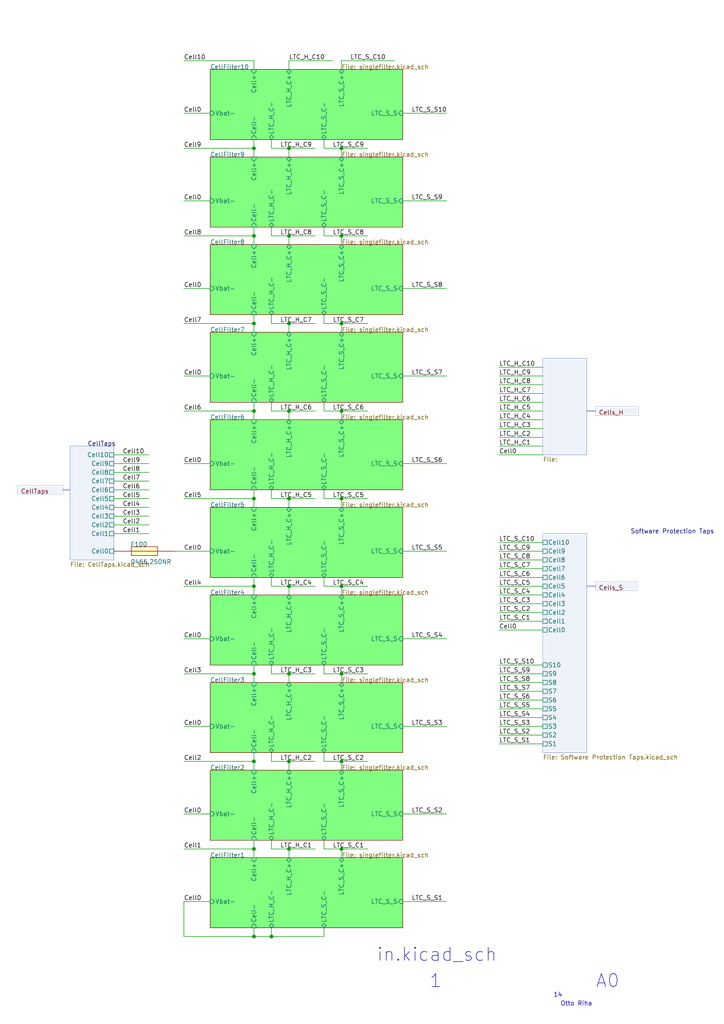
<source format=kicad_sch>
(kicad_sch (version 20250114) (generator "eeschema") (generator_version "9.0")
  (paper "A4" portrait)
  (lib_symbols
    (symbol "Battman-altium-import:CellFilter_0_0466.250NR_SamacSys.SchLib" (pin_numbers (hide yes)) (pin_names (hide yes))
      (symbol "CellFilter_0_0466.250NR_SamacSys.SchLib_1_0"
        (polyline (pts (xy 5.08 0) (xy 12.7 0)))
        (rectangle (start 12.7 1.27) (end 5.08 -1.27) (stroke (width 0) (color 128 0 0 1)) (fill (type background)))
        (pin passive line (at 0 0 0) (length 5.08) (name "1") (number "1"))
        (pin passive line (at 17.78 0 180) (length 5.08) (name "2") (number "2"))
      )
    )
  )
  (polyline (pts (xy 20.32 142.0622) (xy 18.36 142.0622)) (stroke (width 0.508) (type solid) (color 173 188 231 1)))
  (polyline (pts (xy 172.72 170.0022) (xy 170.18 170.0022)) (stroke (width 0.508) (type solid) (color 173 188 231 1)))
  (polyline (pts (xy 170.18 119.2022) (xy 172.72 119.2022)) (stroke (width 0.508) (type solid) (color 173 188 231 1)))
  (text "${FILENAME}" (at 109.22 279.2222 0) (effects (font (size 3.81 3.81)) (justify left bottom)))
  (text "${#}" (at 156.464 289.3822 0) (effects (font (size 1.27 1.27)) (justify left bottom)))
  (text "Otto Riha" (at 162.56 291.9222 0) (effects (font (size 1.27 1.27)) (justify left bottom)))
  (text "${##}" (at 160.528 289.3822 0) (effects (font (size 1.27 1.27)) (justify left bottom)))
  (text "1" (at 124.46 286.8422 0) (effects (font (size 3.81 3.81)) (justify left bottom)))
  (text "A0" (at 172.72 286.8422 0) (effects (font (size 3.81 3.81)) (justify left bottom)))
  (text_box "Cells_S" (at 172.72 168.7322 0) (size 12.094 2.54) (margins 0.9525 0.9525 0.9525 0.9525) (stroke (width 0.0002) (color 143 158 201 1)) (fill (type color) (color 237 242 251 1)) (effects (font (size 1.27 1.27)) (justify left top)))
  (text_box "Cells_H" (at 172.72 117.9322 0) (size 12.551 2.54) (margins 0.9525 0.9525 0.9525 0.9525) (stroke (width 0.0002) (color 143 158 201 1)) (fill (type color) (color 237 242 251 1)) (effects (font (size 1.27 1.27)) (justify left top)))
  (text_box "CellTaps" (at 5.08 140.7922 0) (size 13.28 2.54) (margins 0.9525 0.9525 0.9525 0.9525) (stroke (width 0.0002) (color 143 158 201 1)) (fill (type color) (color 237 242 251 1)) (effects (font (size 1.27 1.27)) (justify left top)))
  (junction (at 73.66 119.2022))
  (junction (at 73.66 246.2022))
  (junction (at 73.66 68.4022))
  (junction (at 83.82 246.2022))
  (junction (at 99.06 68.4022))
  (junction (at 83.82 68.4022))
  (junction (at 99.06 43.0022))
  (junction (at 83.82 220.8022))
  (junction (at 99.06 220.8022))
  (junction (at 73.66 195.4022))
  (junction (at 99.06 170.0022))
  (junction (at 73.66 93.8022))
  (junction (at 99.06 93.8022))
  (junction (at 73.66 144.6022))
  (junction (at 73.66 43.0022))
  (junction (at 83.82 195.4022))
  (junction (at 78.74 271.6022))
  (junction (at 83.82 170.0022))
  (junction (at 83.82 43.0022))
  (junction (at 73.66 271.6022))
  (junction (at 99.06 195.4022))
  (junction (at 99.06 119.2022))
  (junction (at 83.82 119.2022))
  (junction (at 83.82 93.8022))
  (junction (at 99.06 246.2022))
  (junction (at 73.66 220.8022))
  (junction (at 99.06 144.6022))
  (junction (at 83.82 144.6022))
  (junction (at 73.66 170.0022))
  (wire (pts (xy 78.74 271.6022) (xy 73.66 271.6022)))
  (wire (pts (xy 157.48 175.0822) (xy 144.78 175.0822)))
  (wire (pts (xy 93.98 144.6022) (xy 99.06 144.6022)))
  (wire (pts (xy 83.82 223.3422) (xy 83.82 220.8022)))
  (wire (pts (xy 78.74 246.2022) (xy 78.74 243.6622)))
  (wire (pts (xy 144.78 162.3822) (xy 157.48 162.3822)))
  (wire (pts (xy 144.78 119.2022) (xy 157.48 119.2022)))
  (wire (pts (xy 93.98 220.8022) (xy 99.06 220.8022)))
  (wire (pts (xy 144.78 126.8222) (xy 157.48 126.8222)))
  (wire (pts (xy 73.66 218.2622) (xy 73.66 220.8022)))
  (wire (pts (xy 73.66 43.0022) (xy 73.66 40.4622)))
  (wire (pts (xy 99.06 195.4022) (xy 106.68 195.4022)))
  (wire (pts (xy 144.78 192.8622) (xy 157.48 192.8622)))
  (wire (pts (xy 144.78 182.7022) (xy 157.48 182.7022)))
  (wire (pts (xy 99.06 170.0022) (xy 99.06 172.5422)))
  (wire (pts (xy 99.06 93.8022) (xy 99.06 96.3422)))
  (wire (pts (xy 157.48 195.4022) (xy 144.78 195.4022)))
  (wire (pts (xy 93.98 243.6622) (xy 93.98 246.2022)))
  (wire (pts (xy 91.44 93.8022) (xy 83.82 93.8022)))
  (wire (pts (xy 129.54 236.0422) (xy 116.84 236.0422)))
  (wire (pts (xy 73.66 68.4022) (xy 73.66 65.8622)))
  (wire (pts (xy 99.06 223.3422) (xy 99.06 220.8022)))
  (wire (pts (xy 91.44 170.0022) (xy 83.82 170.0022)))
  (wire (pts (xy 53.34 17.6022) (xy 73.66 17.6022)))
  (wire (pts (xy 60.96 83.6422) (xy 53.34 83.6422)))
  (wire (pts (xy 83.82 172.5422) (xy 83.82 170.0022)))
  (wire (pts (xy 157.48 205.5622) (xy 144.78 205.5622)))
  (wire (pts (xy 73.66 96.3422) (xy 73.66 93.8022)))
  (wire (pts (xy 93.98 68.4022) (xy 99.06 68.4022)))
  (wire (pts (xy 93.98 116.6622) (xy 93.98 119.2022)))
  (wire (pts (xy 73.66 70.9422) (xy 73.66 68.4022)))
  (wire (pts (xy 91.44 220.8022) (xy 83.82 220.8022)))
  (wire (pts (xy 144.78 170.0022) (xy 157.48 170.0022)))
  (wire (pts (xy 157.48 164.9222) (xy 144.78 164.9222)))
  (wire (pts (xy 83.82 220.8022) (xy 78.74 220.8022)))
  (wire (pts (xy 33.02 142.0622) (xy 43.18 142.0622)))
  (wire (pts (xy 78.74 170.0022) (xy 78.74 167.4622)))
  (wire (pts (xy 99.06 93.8022) (xy 106.68 93.8022)))
  (wire (pts (xy 83.82 43.0022) (xy 78.74 43.0022)))
  (wire (pts (xy 73.66 93.8022) (xy 73.66 91.2622)))
  (wire (pts (xy 53.34 195.4022) (xy 73.66 195.4022)))
  (wire (pts (xy 129.54 32.8422) (xy 116.84 32.8422)))
  (wire (pts (xy 157.48 200.4822) (xy 144.78 200.4822)))
  (wire (pts (xy 43.18 144.6022) (xy 33.02 144.6022)))
  (wire (pts (xy 144.78 106.5022) (xy 157.48 106.5022)))
  (wire (pts (xy 60.96 236.0422) (xy 53.34 236.0422)))
  (wire (pts (xy 144.78 121.7422) (xy 157.48 121.7422)))
  (wire (pts (xy 78.74 93.8022) (xy 78.74 91.2622)))
  (wire (pts (xy 60.96 261.4422) (xy 53.34 261.4422)))
  (wire (pts (xy 78.74 220.8022) (xy 78.74 218.2622)))
  (wire (pts (xy 53.34 170.0022) (xy 73.66 170.0022)))
  (wire (pts (xy 144.78 159.8422) (xy 157.48 159.8422)))
  (wire (pts (xy 93.98 40.4622) (xy 93.98 43.0022)))
  (wire (pts (xy 99.06 220.8022) (xy 106.68 220.8022)))
  (wire (pts (xy 99.06 43.0022) (xy 106.68 43.0022)))
  (wire (pts (xy 91.44 246.2022) (xy 83.82 246.2022)))
  (wire (pts (xy 43.18 149.6822) (xy 33.02 149.6822)))
  (wire (pts (xy 157.48 109.0422) (xy 144.78 109.0422)))
  (wire (pts (xy 91.44 119.2022) (xy 83.82 119.2022)))
  (wire (pts (xy 43.18 147.1422) (xy 33.02 147.1422)))
  (wire (pts (xy 129.54 109.0422) (xy 116.84 109.0422)))
  (wire (pts (xy 83.82 45.5422) (xy 83.82 43.0022)))
  (wire (pts (xy 157.48 180.1622) (xy 144.78 180.1622)))
  (wire (pts (xy 144.78 208.1022) (xy 157.48 208.1022)))
  (wire (pts (xy 53.34 68.4022) (xy 73.66 68.4022)))
  (wire (pts (xy 99.06 246.2022) (xy 106.68 246.2022)))
  (wire (pts (xy 83.82 195.4022) (xy 78.74 195.4022)))
  (wire (pts (xy 129.54 83.6422) (xy 116.84 83.6422)))
  (wire (pts (xy 73.66 121.7422) (xy 73.66 119.2022)))
  (wire (pts (xy 93.98 43.0022) (xy 99.06 43.0022)))
  (wire (pts (xy 60.96 185.2422) (xy 53.34 185.2422)))
  (wire (pts (xy 129.54 159.8422) (xy 116.84 159.8422)))
  (wire (pts (xy 83.82 68.4022) (xy 78.74 68.4022)))
  (wire (pts (xy 93.98 170.0022) (xy 99.06 170.0022)))
  (wire (pts (xy 129.54 134.4422) (xy 116.84 134.4422)))
  (wire (pts (xy 93.98 269.0622) (xy 93.98 271.6022)))
  (wire (pts (xy 60.96 109.0422) (xy 53.34 109.0422)))
  (wire (pts (xy 99.06 68.4022) (xy 106.68 68.4022)))
  (wire (pts (xy 73.66 17.6022) (xy 73.66 20.1422)))
  (wire (pts (xy 99.06 68.4022) (xy 99.06 70.9422)))
  (wire (pts (xy 157.48 129.3622) (xy 144.78 129.3622)))
  (wire (pts (xy 78.74 43.0022) (xy 78.74 40.4622)))
  (wire (pts (xy 93.98 192.8622) (xy 93.98 195.4022)))
  (wire (pts (xy 73.66 119.2022) (xy 73.66 116.6622)))
  (wire (pts (xy 83.82 96.3422) (xy 83.82 93.8022)))
  (wire (pts (xy 144.78 177.6222) (xy 157.48 177.6222)))
  (wire (pts (xy 73.66 192.8622) (xy 73.66 195.4022)))
  (wire (pts (xy 99.06 246.2022) (xy 99.06 248.7422)))
  (wire (pts (xy 91.44 144.6022) (xy 83.82 144.6022)))
  (wire (pts (xy 43.18 154.7622) (xy 33.02 154.7622)))
  (wire (pts (xy 83.82 170.0022) (xy 78.74 170.0022)))
  (wire (pts (xy 50.8 159.8422) (xy 60.96 159.8422)))
  (wire (pts (xy 99.06 119.2022) (xy 106.68 119.2022)))
  (wire (pts (xy 144.78 197.9422) (xy 157.48 197.9422)))
  (wire (pts (xy 53.34 43.0022) (xy 73.66 43.0022)))
  (wire (pts (xy 83.82 119.2022) (xy 78.74 119.2022)))
  (wire (pts (xy 99.06 43.0022) (xy 99.06 45.5422)))
  (wire (pts (xy 93.98 119.2022) (xy 99.06 119.2022)))
  (wire (pts (xy 93.98 218.2622) (xy 93.98 220.8022)))
  (wire (pts (xy 73.66 167.4622) (xy 73.66 170.0022)))
  (wire (pts (xy 93.98 91.2622) (xy 93.98 93.8022)))
  (wire (pts (xy 73.66 243.6622) (xy 73.66 246.2022)))
  (wire (pts (xy 73.66 142.0622) (xy 73.66 144.6022)))
  (wire (pts (xy 129.54 58.2422) (xy 116.84 58.2422)))
  (wire (pts (xy 157.48 215.7222) (xy 144.78 215.7222)))
  (wire (pts (xy 83.82 70.9422) (xy 83.82 68.4022)))
  (wire (pts (xy 73.66 45.5422) (xy 73.66 43.0022)))
  (wire (pts (xy 83.82 147.1422) (xy 83.82 144.6022)))
  (wire (pts (xy 83.82 246.2022) (xy 78.74 246.2022)))
  (wire (pts (xy 144.78 167.4622) (xy 157.48 167.4622)))
  (wire (pts (xy 78.74 119.2022) (xy 78.74 116.6622)))
  (wire (pts (xy 33.02 136.9822) (xy 43.18 136.9822)))
  (wire (pts (xy 129.54 261.4422) (xy 116.84 261.4422)))
  (wire (pts (xy 78.74 144.6022) (xy 78.74 142.0622)))
  (wire (pts (xy 83.82 248.7422) (xy 83.82 246.2022)))
  (wire (pts (xy 116.84 185.2422) (xy 129.54 185.2422)))
  (wire (pts (xy 99.06 170.0022) (xy 106.68 170.0022)))
  (wire (pts (xy 99.06 119.2022) (xy 99.06 121.7422)))
  (wire (pts (xy 96.52 17.6022) (xy 83.82 17.6022)))
  (wire (pts (xy 99.06 144.6022) (xy 99.06 147.1422)))
  (wire (pts (xy 83.82 121.7422) (xy 83.82 119.2022)))
  (wire (pts (xy 78.74 271.6022) (xy 78.74 269.0622)))
  (wire (pts (xy 93.98 271.6022) (xy 78.74 271.6022)))
  (wire (pts (xy 157.48 124.2822) (xy 144.78 124.2822)))
  (wire (pts (xy 157.48 210.6422) (xy 144.78 210.6422)))
  (wire (pts (xy 144.78 213.1822) (xy 157.48 213.1822)))
  (wire (pts (xy 33.02 131.9022) (xy 43.18 131.9022)))
  (wire (pts (xy 93.98 65.8622) (xy 93.98 68.4022)))
  (wire (pts (xy 73.66 144.6022) (xy 73.66 147.1422)))
  (wire (pts (xy 91.44 195.4022) (xy 83.82 195.4022)))
  (wire (pts (xy 73.66 170.0022) (xy 73.66 172.5422)))
  (wire (pts (xy 144.78 116.6622) (xy 157.48 116.6622)))
  (wire (pts (xy 93.98 93.8022) (xy 99.06 93.8022)))
  (wire (pts (xy 99.06 144.6022) (xy 106.68 144.6022)))
  (wire (pts (xy 99.06 17.6022) (xy 114.3 17.6022)))
  (wire (pts (xy 116.84 210.6422) (xy 129.54 210.6422)))
  (wire (pts (xy 73.66 93.8022) (xy 53.34 93.8022)))
  (wire (pts (xy 144.78 131.9022) (xy 157.48 131.9022)))
  (wire (pts (xy 91.44 68.4022) (xy 83.82 68.4022)))
  (wire (pts (xy 73.66 246.2022) (xy 73.66 248.7422)))
  (wire (pts (xy 53.34 210.6422) (xy 60.96 210.6422)))
  (wire (pts (xy 53.34 271.6022) (xy 73.66 271.6022)))
  (wire (pts (xy 78.74 68.4022) (xy 78.74 65.8622)))
  (wire (pts (xy 53.34 261.4422) (xy 53.34 271.6022)))
  (wire (pts (xy 43.18 134.4422) (xy 33.02 134.4422)))
  (wire (pts (xy 53.34 119.2022) (xy 73.66 119.2022)))
  (wire (pts (xy 53.34 220.8022) (xy 73.66 220.8022)))
  (wire (pts (xy 157.48 114.1222) (xy 144.78 114.1222)))
  (wire (pts (xy 93.98 167.4622) (xy 93.98 170.0022)))
  (wire (pts (xy 83.82 197.9422) (xy 83.82 195.4022)))
  (wire (pts (xy 60.96 134.4422) (xy 53.34 134.4422)))
  (wire (pts (xy 60.96 32.8422) (xy 53.34 32.8422)))
  (wire (pts (xy 83.82 144.6022) (xy 78.74 144.6022)))
  (wire (pts (xy 78.74 195.4022) (xy 78.74 192.8622)))
  (wire (pts (xy 33.02 152.2222) (xy 43.18 152.2222)))
  (wire (pts (xy 93.98 195.4022) (xy 99.06 195.4022)))
  (wire (pts (xy 93.98 246.2022) (xy 99.06 246.2022)))
  (wire (pts (xy 99.06 20.1422) (xy 99.06 17.6022)))
  (wire (pts (xy 99.06 195.4022) (xy 99.06 197.9422)))
  (wire (pts (xy 73.66 271.6022) (xy 73.66 269.0622)))
  (wire (pts (xy 83.82 93.8022) (xy 78.74 93.8022)))
  (wire (pts (xy 53.34 144.6022) (xy 73.66 144.6022)))
  (wire (pts (xy 43.18 139.5222) (xy 33.02 139.5222)))
  (wire (pts (xy 73.66 220.8022) (xy 73.66 223.3422)))
  (wire (pts (xy 144.78 172.5422) (xy 157.48 172.5422)))
  (wire (pts (xy 144.78 111.5822) (xy 157.48 111.5822)))
  (wire (pts (xy 60.96 58.2422) (xy 53.34 58.2422)))
  (wire (pts (xy 73.66 195.4022) (xy 73.66 197.9422)))
  (wire (pts (xy 93.98 142.0622) (xy 93.98 144.6022)))
  (wire (pts (xy 83.82 17.6022) (xy 83.82 20.1422)))
  (wire (pts (xy 73.66 246.2022) (xy 53.34 246.2022)))
  (wire (pts (xy 91.44 43.0022) (xy 83.82 43.0022)))
  (wire (pts (xy 144.78 203.0222) (xy 157.48 203.0222)))
  (wire (pts (xy 144.78 157.3022) (xy 157.48 157.3022)))
  (label "Cell0" (at 144.78 182.7022 0))
  (label "Cell10" (at 53.34 17.6022 0))
  (label "LTC_S_S3" (at 144.78 210.6422 0))
  (label "LTC_H_C4" (at 144.78 121.7422 0))
  (label "LTC_S_S2" (at 144.78 213.1822 0))
  (label "LTC_S_S9" (at 119.38 58.2422 0))
  (label "LTC_S_S8" (at 144.78 197.9422 0))
  (label "LTC_S_S1" (at 144.78 215.7222 0))
  (label "LTC_S_S6" (at 119.38 134.4422 0))
  (label "LTC_H_C8" (at 144.78 111.5822 0))
  (label "Cell5" (at 35.56 144.6022 0))
  (label "Cell3" (at 35.56 149.6822 0))
  (label "LTC_S_C1" (at 96.52 246.2022 0))
  (label "LTC_S_S1" (at 119.38 261.4422 0))
  (label "LTC_S_C1" (at 144.78 180.1622 0))
  (label "Cell6" (at 53.34 119.2022 0))
  (label "Cell0" (at 53.34 58.2422 0))
  (label "Cell7" (at 35.56 139.5222 0))
  (label "LTC_H_C2" (at 144.78 126.8222 0))
  (label "Cell0" (at 53.34 32.8422 0))
  (label "LTC_S_C8" (at 96.52 68.4022 0))
  (label "LTC_S_S10" (at 144.78 192.8622 0))
  (label "LTC_S_C9" (at 96.52 43.0022 0))
  (label "LTC_S_C10" (at 144.78 157.3022 0))
  (label "Cell2" (at 35.56 152.2222 0))
  (label "Cell2" (at 53.34 220.8022 0))
  (label "Cell6" (at 35.56 142.0622 0))
  (label "LTC_H_C7" (at 144.78 114.1222 0))
  (label "LTC_S_C5" (at 96.52 144.6022 0))
  (label "LTC_S_C9" (at 144.78 159.8422 0))
  (label "Cell0" (at 53.34 236.0422 0))
  (label "LTC_H_C10" (at 83.82 17.6022 0))
  (label "LTC_S_S8" (at 119.38 83.6422 0))
  (label "Cell0" (at 53.34 185.2422 0))
  (label "LTC_S_C7" (at 144.78 164.9222 0))
  (label "LTC_H_C2" (at 81.28 220.8022 0))
  (label "LTC_S_C4" (at 144.78 172.5422 0))
  (label "LTC_H_C6" (at 81.28 119.2022 0))
  (label "LTC_S_C5" (at 144.78 170.0022 0))
  (label "Cell0" (at 53.34 210.6422 0))
  (label "LTC_S_S9" (at 144.78 195.4022 0))
  (label "Cell9" (at 35.56 134.4422 0))
  (label "LTC_S_C7" (at 96.52 93.8022 0))
  (label "LTC_S_C6" (at 144.78 167.4622 0))
  (label "LTC_H_C10" (at 144.78 106.5022 0))
  (label "LTC_S_S6" (at 144.78 203.0222 0))
  (label "LTC_S_S4" (at 119.38 185.2422 0))
  (label "LTC_H_C4" (at 81.28 170.0022 0))
  (label "LTC_S_S7" (at 144.78 200.4822 0))
  (label "Cell4" (at 35.56 147.1422 0))
  (label "LTC_H_C1" (at 144.78 129.3622 0))
  (label "Cell1" (at 35.56 154.7622 0))
  (label "LTC_H_C9" (at 144.78 109.0422 0))
  (label "Cell0" (at 144.78 131.9022 0))
  (label "LTC_S_C4" (at 96.52 170.0022 0))
  (label "Cell8" (at 35.56 136.9822 0))
  (label "Cell0" (at 53.34 134.4422 0))
  (label "LTC_H_C6" (at 144.78 116.6622 0))
  (label "LTC_S_S5" (at 144.78 205.5622 0))
  (label "LTC_S_C3" (at 144.78 175.0822 0))
  (label "Cell0" (at 53.34 159.8422 0))
  (label "Cell5" (at 53.34 144.6022 0))
  (label "Cell3" (at 53.34 195.4022 0))
  (label "LTC_H_C3" (at 81.28 195.4022 0))
  (label "LTC_H_C9" (at 81.28 43.0022 0))
  (label "LTC_H_C5" (at 81.28 144.6022 0))
  (label "LTC_S_C3" (at 96.52 195.4022 0))
  (label "LTC_S_S2" (at 119.38 236.0422 0))
  (label "LTC_S_C10" (at 101.6 17.6022 0))
  (label "Cell7" (at 53.34 93.8022 0))
  (label "LTC_S_S7" (at 119.38 109.0422 0))
  (label "Cell1" (at 53.34 246.2022 0))
  (label "LTC_S_S3" (at 119.38 210.6422 0))
  (label "Cell4" (at 53.34 170.0022 0))
  (label "Cell0" (at 53.34 109.0422 0))
  (label "LTC_H_C7" (at 81.28 93.8022 0))
  (label "LTC_S_C6" (at 96.52 119.2022 0))
  (label "LTC_S_S5" (at 119.38 159.8422 0))
  (label "LTC_S_C2" (at 96.52 220.8022 0))
  (label "LTC_H_C5" (at 144.78 119.2022 0))
  (label "LTC_H_C1" (at 81.28 246.2022 0))
  (label "LTC_S_S10" (at 119.38 32.8422 0))
  (label "Cell0" (at 53.34 261.4422 0))
  (label "LTC_S_S4" (at 144.78 208.1022 0))
  (label "LTC_H_C8" (at 81.28 68.4022 0))
  (label "LTC_H_C3" (at 144.78 124.2822 0))
  (label "Cell8" (at 53.34 68.4022 0))
  (label "LTC_S_C8" (at 144.78 162.3822 0))
  (label "Cell9" (at 53.34 43.0022 0))
  (label "Cell0" (at 53.34 83.6422 0))
  (label "LTC_S_C2" (at 144.78 177.6222 0))
  (label "Cell10" (at 35.56 131.9022 0))
  (symbol (lib_id "Battman-altium-import:CellFilter_0_0466.250NR_SamacSys.SchLib") (at 33.02 159.8422 0) (unit 1)
    (property "Reference" "F100" (at 37.846 158.5722 0) (effects (justify left bottom)))
    (property "Value" "0466.250NR" (at 37.846 163.6522 0) (effects (justify left bottom)))
    (property "Footprint" "C__Users_otto_Documents_AltiumLL_SamacSys.PcbLib:FUSC3215X66N" (effects (hide yes)))
    (property "Description" "Fuse" (effects (hide yes)))
    (property "DATASHEET LINK" "http://www.littelfuse.com/~/media/electronics/datasheets/fuses/littelfuse_fuse_466_datasheet.pdf.pdf" (effects (hide yes)))
    (property "HEIGHT" "0.66mm" (effects (hide yes)))
    (property "MANUFACTURER_NAME" "LITTELFUSE" (effects (hide yes)))
    (property "MANUFACTURER_PART_NUMBER" "0466.250NR" (effects (hide yes)))
    (property "MOUSER PART NUMBER" "576-0466.250NR" (effects (hide yes)))
    (property "MOUSER PRICE/STOCK" "https://www.mouser.co.uk/ProductDetail/Littelfuse/0466.250NR?qs=OJFHm2hVE4FeDcEECJ4GEQ%3D%3D" (effects (hide yes)))
    (property "ARROW PART NUMBER" "0466.250NR" (effects (hide yes)))
    (property "ARROW PRICE/STOCK" "https://www.arrow.com/en/products/0466.250nr/littelfuse?region=nac" (effects (hide yes)))
  )
  (sheet (at 60.96 172.5422) (size 55.88 20.32) (stroke (width 0) (color 128 0 0 1)) (fill (color 128 255 128 1.0000))
    (property "Sheetname" "CellFilter4" (at 60.96 172.5422 0) (effects (justify left bottom)))
    (property "Sheetfile" "singlefilter.kicad_sch" (at 99.06 172.5422 0) (effects (justify left bottom)))
    (pin "Cell+" input (at 73.66 172.5422 90))
    (pin "Cell-" input (at 73.66 192.8622 270))
    (pin "Vbat-" input (at 60.96 185.2422 180))
    (pin "LTC_S_C+" bidirectional (at 99.06 172.5422 90))
    (pin "LTC_H_C+" bidirectional (at 83.82 172.5422 90))
    (pin "LTC_H_C-" bidirectional (at 78.74 192.8622 270))
    (pin "LTC_S_C-" bidirectional (at 93.98 192.8622 270))
    (pin "LTC_S_S" input (at 116.84 185.2422 0))
  )
  (sheet (at 60.96 197.9422) (size 55.88 20.32) (stroke (width 0) (color 128 0 0 1)) (fill (color 128 255 128 1.0000))
    (property "Sheetname" "CellFilter3" (at 60.96 197.9422 0) (effects (justify left bottom)))
    (property "Sheetfile" "singlefilter.kicad_sch" (at 99.06 197.9422 0) (effects (justify left bottom)))
    (pin "Cell+" input (at 73.66 197.9422 90))
    (pin "Cell-" input (at 73.66 218.2622 270))
    (pin "Vbat-" input (at 60.96 210.6422 180))
    (pin "LTC_S_C+" bidirectional (at 99.06 197.9422 90))
    (pin "LTC_H_C+" bidirectional (at 83.82 197.9422 90))
    (pin "LTC_H_C-" bidirectional (at 78.74 218.2622 270))
    (pin "LTC_S_C-" bidirectional (at 93.98 218.2622 270))
    (pin "LTC_S_S" input (at 116.84 210.6422 0))
  )
  (sheet (at 60.96 223.3422) (size 55.88 20.32) (stroke (width 0) (color 128 0 0 1)) (fill (color 128 255 128 1.0000))
    (property "Sheetname" "CellFilter2" (at 60.96 223.3422 0) (effects (justify left bottom)))
    (property "Sheetfile" "singlefilter.kicad_sch" (at 99.06 223.3422 0) (effects (justify left bottom)))
    (pin "Cell+" input (at 73.66 223.3422 90))
    (pin "Cell-" input (at 73.66 243.6622 270))
    (pin "Vbat-" input (at 60.96 236.0422 180))
    (pin "LTC_S_C+" bidirectional (at 99.06 223.3422 90))
    (pin "LTC_H_C+" bidirectional (at 83.82 223.3422 90))
    (pin "LTC_H_C-" bidirectional (at 78.74 243.6622 270))
    (pin "LTC_S_C-" bidirectional (at 93.98 243.6622 270))
    (pin "LTC_S_S" input (at 116.84 236.0422 0))
  )
  (sheet (at 20.32 129.3622) (size 12.7 33.02) (stroke (width 0) (color 143 158 201 1)) (fill (color 237 242 251 1.0000))
    (property "Sheetname" "CellTaps" (at 25.4 129.3622 0) (effects (justify left bottom)))
    (property "Sheetfile" "CellTaps.kicad_sch" (at 20.32 162.9668 0) (effects (justify left top)))
    (pin "Cell9" passive (at 33.02 134.4422 0))
    (pin "Cell10" passive (at 33.02 131.9022 0))
    (pin "Cell0" passive (at 33.02 159.8422 0))
    (pin "Cell1" passive (at 33.02 154.7622 0))
    (pin "Cell2" passive (at 33.02 152.2222 0))
    (pin "Cell3" passive (at 33.02 149.6822 0))
    (pin "Cell4" passive (at 33.02 147.1422 0))
    (pin "Cell5" passive (at 33.02 144.6022 0))
    (pin "Cell6" passive (at 33.02 142.0622 0))
    (pin "Cell7" passive (at 33.02 139.5222 0))
    (pin "Cell8" passive (at 33.02 136.9822 0))
  )
  (sheet (at 157.48 103.9622) (size 12.7 27.94) (stroke (width 0) (color 143 158 201 1)) (fill (color 237 242 251 1.0000)))
  (sheet (at 60.96 147.1422) (size 55.88 20.32) (stroke (width 0) (color 128 0 0 1)) (fill (color 128 255 128 1.0000))
    (property "Sheetname" "CellFilter5" (at 60.96 147.1422 0) (effects (justify left bottom)))
    (property "Sheetfile" "singlefilter.kicad_sch" (at 99.06 147.1422 0) (effects (justify left bottom)))
    (pin "Cell+" input (at 73.66 147.1422 90))
    (pin "Cell-" input (at 73.66 167.4622 270))
    (pin "Vbat-" input (at 60.96 159.8422 180))
    (pin "LTC_S_C+" bidirectional (at 99.06 147.1422 90))
    (pin "LTC_H_C+" bidirectional (at 83.82 147.1422 90))
    (pin "LTC_H_C-" bidirectional (at 78.74 167.4622 270))
    (pin "LTC_S_C-" bidirectional (at 93.98 167.4622 270))
    (pin "LTC_S_S" input (at 116.84 159.8422 0))
  )
  (sheet (at 60.96 20.1422) (size 55.88 20.32) (stroke (width 0) (color 128 0 0 1)) (fill (color 128 255 128 1.0000))
    (property "Sheetname" "CellFilter10" (at 60.96 20.1422 0) (effects (justify left bottom)))
    (property "Sheetfile" "singlefilter.kicad_sch" (at 99.06 20.1422 0) (effects (justify left bottom)))
    (pin "Cell+" input (at 73.66 20.1422 90))
    (pin "Cell-" input (at 73.66 40.4622 270))
    (pin "Vbat-" input (at 60.96 32.8422 180))
    (pin "LTC_S_C+" bidirectional (at 99.06 20.1422 90))
    (pin "LTC_H_C+" bidirectional (at 83.82 20.1422 90))
    (pin "LTC_H_C-" bidirectional (at 78.74 40.4622 270))
    (pin "LTC_S_C-" bidirectional (at 93.98 40.4622 270))
    (pin "LTC_S_S" input (at 116.84 32.8422 0))
  )
  (sheet (at 60.96 45.5422) (size 55.88 20.32) (stroke (width 0) (color 128 0 0 1)) (fill (color 128 255 128 1.0000))
    (property "Sheetname" "CellFilter9" (at 60.96 45.5422 0) (effects (justify left bottom)))
    (property "Sheetfile" "singlefilter.kicad_sch" (at 99.06 45.5422 0) (effects (justify left bottom)))
    (pin "Cell+" input (at 73.66 45.5422 90))
    (pin "Cell-" input (at 73.66 65.8622 270))
    (pin "Vbat-" input (at 60.96 58.2422 180))
    (pin "LTC_S_C+" bidirectional (at 99.06 45.5422 90))
    (pin "LTC_H_C+" bidirectional (at 83.82 45.5422 90))
    (pin "LTC_H_C-" bidirectional (at 78.74 65.8622 270))
    (pin "LTC_S_C-" bidirectional (at 93.98 65.8622 270))
    (pin "LTC_S_S" input (at 116.84 58.2422 0))
  )
  (sheet (at 60.96 96.3422) (size 55.88 20.32) (stroke (width 0) (color 128 0 0 1)) (fill (color 128 255 128 1.0000))
    (property "Sheetname" "CellFilter7" (at 60.96 96.3422 0) (effects (justify left bottom)))
    (property "Sheetfile" "singlefilter.kicad_sch" (at 99.06 96.3422 0) (effects (justify left bottom)))
    (pin "Cell+" input (at 73.66 96.3422 90))
    (pin "Cell-" input (at 73.66 116.6622 270))
    (pin "Vbat-" input (at 60.96 109.0422 180))
    (pin "LTC_S_C+" bidirectional (at 99.06 96.3422 90))
    (pin "LTC_H_C+" bidirectional (at 83.82 96.3422 90))
    (pin "LTC_H_C-" bidirectional (at 78.74 116.6622 270))
    (pin "LTC_S_C-" bidirectional (at 93.98 116.6622 270))
    (pin "LTC_S_S" input (at 116.84 109.0422 0))
  )
  (sheet (at 60.96 121.7422) (size 55.88 20.32) (stroke (width 0) (color 128 0 0 1)) (fill (color 128 255 128 1.0000))
    (property "Sheetname" "CellFilter6" (at 60.96 121.7422 0) (effects (justify left bottom)))
    (property "Sheetfile" "singlefilter.kicad_sch" (at 99.06 121.7422 0) (effects (justify left bottom)))
    (pin "Cell+" input (at 73.66 121.7422 90))
    (pin "Cell-" input (at 73.66 142.0622 270))
    (pin "Vbat-" input (at 60.96 134.4422 180))
    (pin "LTC_S_C+" bidirectional (at 99.06 121.7422 90))
    (pin "LTC_H_C+" bidirectional (at 83.82 121.7422 90))
    (pin "LTC_H_C-" bidirectional (at 78.74 142.0622 270))
    (pin "LTC_S_C-" bidirectional (at 93.98 142.0622 270))
    (pin "LTC_S_S" input (at 116.84 134.4422 0))
  )
  (sheet (at 60.96 70.9422) (size 55.88 20.32) (stroke (width 0) (color 128 0 0 1)) (fill (color 128 255 128 1.0000))
    (property "Sheetname" "CellFilter8" (at 60.96 70.9422 0) (effects (justify left bottom)))
    (property "Sheetfile" "singlefilter.kicad_sch" (at 99.06 70.9422 0) (effects (justify left bottom)))
    (pin "Cell+" input (at 73.66 70.9422 90))
    (pin "Cell-" input (at 73.66 91.2622 270))
    (pin "Vbat-" input (at 60.96 83.6422 180))
    (pin "LTC_S_C+" bidirectional (at 99.06 70.9422 90))
    (pin "LTC_H_C+" bidirectional (at 83.82 70.9422 90))
    (pin "LTC_H_C-" bidirectional (at 78.74 91.2622 270))
    (pin "LTC_S_C-" bidirectional (at 93.98 91.2622 270))
    (pin "LTC_S_S" input (at 116.84 83.6422 0))
  )
  (sheet (at 157.48 154.7622) (size 12.7 63.5) (stroke (width 0) (color 143 158 201 1)) (fill (color 237 242 251 1.0000))
    (property "Sheetname" "Software Protection Taps" (at 182.88 154.7622 0) (effects (justify left bottom)))
    (property "Sheetfile" "Software Protection Taps.kicad_sch" (at 157.48 218.8468 0) (effects (justify left top)))
    (pin "Cell0" passive (at 157.48 182.7022 180))
    (pin "Cell1" passive (at 157.48 180.1622 180))
    (pin "Cell2" passive (at 157.48 177.6222 180))
    (pin "Cell3" passive (at 157.48 175.0822 180))
    (pin "Cell4" passive (at 157.48 172.5422 180))
    (pin "Cell5" passive (at 157.48 170.0022 180))
    (pin "Cell6" passive (at 157.48 167.4622 180))
    (pin "Cell7" passive (at 157.48 164.9222 180))
    (pin "Cell8" passive (at 157.48 162.3822 180))
    (pin "Cell9" passive (at 157.48 159.8422 180))
    (pin "Cell10" passive (at 157.48 157.3022 180))
    (pin "S1" passive (at 157.48 215.7222 180))
    (pin "S2" passive (at 157.48 213.1822 180))
    (pin "S3" passive (at 157.48 210.6422 180))
    (pin "S4" passive (at 157.48 208.1022 180))
    (pin "S5" passive (at 157.48 205.5622 180))
    (pin "S6" passive (at 157.48 203.0222 180))
    (pin "S7" passive (at 157.48 200.4822 180))
    (pin "S8" passive (at 157.48 197.9422 180))
    (pin "S9" passive (at 157.48 195.4022 180))
    (pin "S10" passive (at 157.48 192.8622 180))
  )
  (sheet (at 60.96 248.7422) (size 55.88 20.32) (stroke (width 0) (color 128 0 0 1)) (fill (color 128 255 128 1.0000))
    (property "Sheetname" "CellFilter1" (at 60.96 248.7422 0) (effects (justify left bottom)))
    (property "Sheetfile" "singlefilter.kicad_sch" (at 99.06 248.7422 0) (effects (justify left bottom)))
    (pin "Cell+" input (at 73.66 248.7422 90))
    (pin "Cell-" input (at 73.66 269.0622 270))
    (pin "Vbat-" input (at 60.96 261.4422 180))
    (pin "LTC_S_C+" bidirectional (at 99.06 248.7422 90))
    (pin "LTC_H_C+" bidirectional (at 83.82 248.7422 90))
    (pin "LTC_H_C-" bidirectional (at 78.74 269.0622 270))
    (pin "LTC_S_C-" bidirectional (at 93.98 269.0622 270))
    (pin "LTC_S_S" input (at 116.84 261.4422 0))
  )
)
</source>
